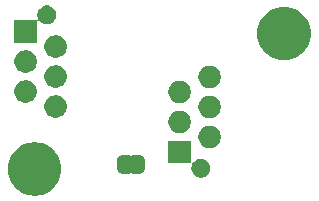
<source format=gbr>
G04 #@! TF.GenerationSoftware,KiCad,Pcbnew,5.1.5-52549c5~84~ubuntu18.04.1*
G04 #@! TF.CreationDate,2020-05-04T21:01:36+02:00*
G04 #@! TF.ProjectId,rs485_adapter,72733438-355f-4616-9461-707465722e6b,rev?*
G04 #@! TF.SameCoordinates,Original*
G04 #@! TF.FileFunction,Soldermask,Bot*
G04 #@! TF.FilePolarity,Negative*
%FSLAX46Y46*%
G04 Gerber Fmt 4.6, Leading zero omitted, Abs format (unit mm)*
G04 Created by KiCad (PCBNEW 5.1.5-52549c5~84~ubuntu18.04.1) date 2020-05-04 21:01:36*
%MOMM*%
%LPD*%
G04 APERTURE LIST*
%ADD10C,0.100000*%
G04 APERTURE END LIST*
D10*
G36*
X120650880Y-108909776D02*
G01*
X121031593Y-108985504D01*
X121441249Y-109155189D01*
X121809929Y-109401534D01*
X122123466Y-109715071D01*
X122369811Y-110083751D01*
X122539496Y-110493407D01*
X122626000Y-110928296D01*
X122626000Y-111371704D01*
X122539496Y-111806593D01*
X122369811Y-112216249D01*
X122123466Y-112584929D01*
X121809929Y-112898466D01*
X121441249Y-113144811D01*
X121031593Y-113314496D01*
X120650880Y-113390224D01*
X120596705Y-113401000D01*
X120153295Y-113401000D01*
X120099120Y-113390224D01*
X119718407Y-113314496D01*
X119308751Y-113144811D01*
X118940071Y-112898466D01*
X118626534Y-112584929D01*
X118380189Y-112216249D01*
X118210504Y-111806593D01*
X118124000Y-111371704D01*
X118124000Y-110928296D01*
X118210504Y-110493407D01*
X118380189Y-110083751D01*
X118626534Y-109715071D01*
X118940071Y-109401534D01*
X119308751Y-109155189D01*
X119718407Y-108985504D01*
X120099120Y-108909776D01*
X120153295Y-108899000D01*
X120596705Y-108899000D01*
X120650880Y-108909776D01*
G37*
G36*
X133591000Y-110506700D02*
G01*
X133593402Y-110531086D01*
X133600515Y-110554535D01*
X133612066Y-110576146D01*
X133627611Y-110595088D01*
X133646553Y-110610633D01*
X133668164Y-110622184D01*
X133691613Y-110629297D01*
X133715999Y-110631699D01*
X133740385Y-110629297D01*
X133763834Y-110622184D01*
X133785445Y-110610633D01*
X133804387Y-110595088D01*
X133815049Y-110582096D01*
X133817783Y-110579362D01*
X133817784Y-110579360D01*
X133929360Y-110467784D01*
X134060561Y-110380119D01*
X134060562Y-110380118D01*
X134206343Y-110319733D01*
X134361102Y-110288950D01*
X134518898Y-110288950D01*
X134673657Y-110319733D01*
X134819438Y-110380118D01*
X134819439Y-110380119D01*
X134950640Y-110467784D01*
X135062216Y-110579360D01*
X135103402Y-110641000D01*
X135149882Y-110710562D01*
X135210267Y-110856343D01*
X135241050Y-111011102D01*
X135241050Y-111168898D01*
X135210267Y-111323657D01*
X135149882Y-111469438D01*
X135129461Y-111500000D01*
X135062216Y-111600640D01*
X134950640Y-111712216D01*
X134884594Y-111756346D01*
X134819438Y-111799882D01*
X134673657Y-111860267D01*
X134518898Y-111891050D01*
X134361102Y-111891050D01*
X134206343Y-111860267D01*
X134060562Y-111799882D01*
X133995406Y-111756346D01*
X133929360Y-111712216D01*
X133817784Y-111600640D01*
X133750539Y-111500000D01*
X133730118Y-111469438D01*
X133669733Y-111323657D01*
X133638950Y-111168898D01*
X133638950Y-111011102D01*
X133669733Y-110856345D01*
X133687341Y-110813835D01*
X133694454Y-110790386D01*
X133696856Y-110766000D01*
X133694454Y-110741614D01*
X133687341Y-110718165D01*
X133675790Y-110696554D01*
X133660245Y-110677612D01*
X133641303Y-110662067D01*
X133619693Y-110650515D01*
X133596244Y-110643402D01*
X133571857Y-110641000D01*
X131689000Y-110641000D01*
X131689000Y-108739000D01*
X133591000Y-108739000D01*
X133591000Y-110506700D01*
G37*
G36*
X128379999Y-109949737D02*
G01*
X128389608Y-109952652D01*
X128398472Y-109957390D01*
X128406237Y-109963763D01*
X128416448Y-109976206D01*
X128423378Y-109986575D01*
X128440705Y-110003902D01*
X128461080Y-110017515D01*
X128483720Y-110026891D01*
X128507753Y-110031671D01*
X128532257Y-110031670D01*
X128556290Y-110026888D01*
X128578929Y-110017510D01*
X128599302Y-110003895D01*
X128616629Y-109986568D01*
X128623558Y-109976198D01*
X128633763Y-109963763D01*
X128641528Y-109957390D01*
X128650392Y-109952652D01*
X128660001Y-109949737D01*
X128676140Y-109948148D01*
X129163861Y-109948148D01*
X129182199Y-109949954D01*
X129194450Y-109950556D01*
X129212869Y-109950556D01*
X129235149Y-109952750D01*
X129319233Y-109969476D01*
X129340660Y-109975976D01*
X129419858Y-110008780D01*
X129425303Y-110011691D01*
X129425309Y-110011693D01*
X129434169Y-110016429D01*
X129434173Y-110016432D01*
X129439614Y-110019340D01*
X129510899Y-110066971D01*
X129528204Y-110081172D01*
X129588828Y-110141796D01*
X129603029Y-110159101D01*
X129650660Y-110230386D01*
X129653568Y-110235827D01*
X129653571Y-110235831D01*
X129658307Y-110244691D01*
X129658309Y-110244697D01*
X129661220Y-110250142D01*
X129694024Y-110329340D01*
X129700524Y-110350767D01*
X129717250Y-110434851D01*
X129719444Y-110457131D01*
X129719444Y-110475550D01*
X129720046Y-110487801D01*
X129721852Y-110506139D01*
X129721852Y-110993862D01*
X129720046Y-111012199D01*
X129719444Y-111024450D01*
X129719444Y-111042869D01*
X129717250Y-111065149D01*
X129700524Y-111149233D01*
X129694024Y-111170660D01*
X129661220Y-111249858D01*
X129658309Y-111255303D01*
X129658307Y-111255309D01*
X129653571Y-111264169D01*
X129653568Y-111264173D01*
X129650660Y-111269614D01*
X129603029Y-111340899D01*
X129588828Y-111358204D01*
X129528204Y-111418828D01*
X129510899Y-111433029D01*
X129439614Y-111480660D01*
X129434173Y-111483568D01*
X129434169Y-111483571D01*
X129425309Y-111488307D01*
X129425303Y-111488309D01*
X129419858Y-111491220D01*
X129340660Y-111524024D01*
X129319233Y-111530524D01*
X129235149Y-111547250D01*
X129212869Y-111549444D01*
X129194450Y-111549444D01*
X129182199Y-111550046D01*
X129163862Y-111551852D01*
X128676140Y-111551852D01*
X128660001Y-111550263D01*
X128650392Y-111547348D01*
X128641528Y-111542610D01*
X128633763Y-111536237D01*
X128623552Y-111523794D01*
X128616622Y-111513425D01*
X128599295Y-111496098D01*
X128578920Y-111482485D01*
X128556280Y-111473109D01*
X128532247Y-111468329D01*
X128507743Y-111468330D01*
X128483710Y-111473112D01*
X128461071Y-111482490D01*
X128440698Y-111496105D01*
X128423371Y-111513432D01*
X128416442Y-111523802D01*
X128406237Y-111536237D01*
X128398472Y-111542610D01*
X128389608Y-111547348D01*
X128379999Y-111550263D01*
X128363860Y-111551852D01*
X127876138Y-111551852D01*
X127857801Y-111550046D01*
X127845550Y-111549444D01*
X127827131Y-111549444D01*
X127804851Y-111547250D01*
X127720767Y-111530524D01*
X127699340Y-111524024D01*
X127620142Y-111491220D01*
X127614697Y-111488309D01*
X127614691Y-111488307D01*
X127605831Y-111483571D01*
X127605827Y-111483568D01*
X127600386Y-111480660D01*
X127529101Y-111433029D01*
X127511796Y-111418828D01*
X127451172Y-111358204D01*
X127436971Y-111340899D01*
X127389340Y-111269614D01*
X127386432Y-111264173D01*
X127386429Y-111264169D01*
X127381693Y-111255309D01*
X127381691Y-111255303D01*
X127378780Y-111249858D01*
X127345976Y-111170660D01*
X127339476Y-111149233D01*
X127322750Y-111065149D01*
X127320556Y-111042869D01*
X127320556Y-111024450D01*
X127319954Y-111012199D01*
X127318148Y-110993862D01*
X127318148Y-110506139D01*
X127319954Y-110487801D01*
X127320556Y-110475550D01*
X127320556Y-110457131D01*
X127322750Y-110434851D01*
X127339476Y-110350767D01*
X127345976Y-110329340D01*
X127378780Y-110250142D01*
X127381691Y-110244697D01*
X127381693Y-110244691D01*
X127386429Y-110235831D01*
X127386432Y-110235827D01*
X127389340Y-110230386D01*
X127436971Y-110159101D01*
X127451172Y-110141796D01*
X127511796Y-110081172D01*
X127529101Y-110066971D01*
X127600386Y-110019340D01*
X127605827Y-110016432D01*
X127605831Y-110016429D01*
X127614691Y-110011693D01*
X127614697Y-110011691D01*
X127620142Y-110008780D01*
X127699340Y-109975976D01*
X127720767Y-109969476D01*
X127804851Y-109952750D01*
X127827131Y-109950556D01*
X127845550Y-109950556D01*
X127857801Y-109949954D01*
X127876139Y-109948148D01*
X128363860Y-109948148D01*
X128379999Y-109949737D01*
G37*
G36*
X135457395Y-107505546D02*
G01*
X135630466Y-107577234D01*
X135707818Y-107628919D01*
X135786227Y-107681310D01*
X135918690Y-107813773D01*
X135918691Y-107813775D01*
X136022766Y-107969534D01*
X136094454Y-108142605D01*
X136131000Y-108326333D01*
X136131000Y-108513667D01*
X136094454Y-108697395D01*
X136022766Y-108870466D01*
X136022765Y-108870467D01*
X135918690Y-109026227D01*
X135786227Y-109158690D01*
X135707818Y-109211081D01*
X135630466Y-109262766D01*
X135457395Y-109334454D01*
X135273667Y-109371000D01*
X135086333Y-109371000D01*
X134902605Y-109334454D01*
X134729534Y-109262766D01*
X134652182Y-109211081D01*
X134573773Y-109158690D01*
X134441310Y-109026227D01*
X134337235Y-108870467D01*
X134337234Y-108870466D01*
X134265546Y-108697395D01*
X134229000Y-108513667D01*
X134229000Y-108326333D01*
X134265546Y-108142605D01*
X134337234Y-107969534D01*
X134441309Y-107813775D01*
X134441310Y-107813773D01*
X134573773Y-107681310D01*
X134652182Y-107628919D01*
X134729534Y-107577234D01*
X134902605Y-107505546D01*
X135086333Y-107469000D01*
X135273667Y-107469000D01*
X135457395Y-107505546D01*
G37*
G36*
X132917395Y-106235546D02*
G01*
X133090466Y-106307234D01*
X133167818Y-106358919D01*
X133246227Y-106411310D01*
X133378690Y-106543773D01*
X133378691Y-106543775D01*
X133482766Y-106699534D01*
X133554454Y-106872605D01*
X133591000Y-107056333D01*
X133591000Y-107243667D01*
X133554454Y-107427395D01*
X133482766Y-107600466D01*
X133482765Y-107600467D01*
X133378690Y-107756227D01*
X133246227Y-107888690D01*
X133167818Y-107941081D01*
X133090466Y-107992766D01*
X132917395Y-108064454D01*
X132733667Y-108101000D01*
X132546333Y-108101000D01*
X132362605Y-108064454D01*
X132189534Y-107992766D01*
X132112182Y-107941081D01*
X132033773Y-107888690D01*
X131901310Y-107756227D01*
X131797235Y-107600467D01*
X131797234Y-107600466D01*
X131725546Y-107427395D01*
X131689000Y-107243667D01*
X131689000Y-107056333D01*
X131725546Y-106872605D01*
X131797234Y-106699534D01*
X131901309Y-106543775D01*
X131901310Y-106543773D01*
X132033773Y-106411310D01*
X132112182Y-106358919D01*
X132189534Y-106307234D01*
X132362605Y-106235546D01*
X132546333Y-106199000D01*
X132733667Y-106199000D01*
X132917395Y-106235546D01*
G37*
G36*
X135457395Y-104965546D02*
G01*
X135630466Y-105037234D01*
X135707818Y-105088919D01*
X135786227Y-105141310D01*
X135918690Y-105273773D01*
X135918691Y-105273775D01*
X136022766Y-105429534D01*
X136094454Y-105602605D01*
X136131000Y-105786333D01*
X136131000Y-105973667D01*
X136094454Y-106157395D01*
X136022766Y-106330466D01*
X136022765Y-106330467D01*
X135918690Y-106486227D01*
X135786227Y-106618690D01*
X135707818Y-106671081D01*
X135630466Y-106722766D01*
X135457395Y-106794454D01*
X135273667Y-106831000D01*
X135086333Y-106831000D01*
X134902605Y-106794454D01*
X134729534Y-106722766D01*
X134652182Y-106671081D01*
X134573773Y-106618690D01*
X134441310Y-106486227D01*
X134337235Y-106330467D01*
X134337234Y-106330466D01*
X134265546Y-106157395D01*
X134229000Y-105973667D01*
X134229000Y-105786333D01*
X134265546Y-105602605D01*
X134337234Y-105429534D01*
X134441309Y-105273775D01*
X134441310Y-105273773D01*
X134573773Y-105141310D01*
X134652182Y-105088919D01*
X134729534Y-105037234D01*
X134902605Y-104965546D01*
X135086333Y-104929000D01*
X135273667Y-104929000D01*
X135457395Y-104965546D01*
G37*
G36*
X122417395Y-104935546D02*
G01*
X122590466Y-105007234D01*
X122667818Y-105058919D01*
X122746227Y-105111310D01*
X122878690Y-105243773D01*
X122928748Y-105318690D01*
X122982766Y-105399534D01*
X123054454Y-105572605D01*
X123091000Y-105756333D01*
X123091000Y-105943667D01*
X123054454Y-106127395D01*
X122982766Y-106300466D01*
X122962720Y-106330467D01*
X122878690Y-106456227D01*
X122746227Y-106588690D01*
X122701327Y-106618691D01*
X122590466Y-106692766D01*
X122417395Y-106764454D01*
X122233667Y-106801000D01*
X122046333Y-106801000D01*
X121862605Y-106764454D01*
X121689534Y-106692766D01*
X121578673Y-106618691D01*
X121533773Y-106588690D01*
X121401310Y-106456227D01*
X121317280Y-106330467D01*
X121297234Y-106300466D01*
X121225546Y-106127395D01*
X121189000Y-105943667D01*
X121189000Y-105756333D01*
X121225546Y-105572605D01*
X121297234Y-105399534D01*
X121351252Y-105318690D01*
X121401310Y-105243773D01*
X121533773Y-105111310D01*
X121612182Y-105058919D01*
X121689534Y-105007234D01*
X121862605Y-104935546D01*
X122046333Y-104899000D01*
X122233667Y-104899000D01*
X122417395Y-104935546D01*
G37*
G36*
X132917395Y-103695546D02*
G01*
X133090466Y-103767234D01*
X133167818Y-103818919D01*
X133246227Y-103871310D01*
X133378690Y-104003773D01*
X133378691Y-104003775D01*
X133482766Y-104159534D01*
X133554454Y-104332605D01*
X133591000Y-104516333D01*
X133591000Y-104703667D01*
X133554454Y-104887395D01*
X133482766Y-105060466D01*
X133482765Y-105060467D01*
X133378690Y-105216227D01*
X133246227Y-105348690D01*
X133170135Y-105399533D01*
X133090466Y-105452766D01*
X132917395Y-105524454D01*
X132733667Y-105561000D01*
X132546333Y-105561000D01*
X132362605Y-105524454D01*
X132189534Y-105452766D01*
X132109865Y-105399533D01*
X132033773Y-105348690D01*
X131901310Y-105216227D01*
X131797235Y-105060467D01*
X131797234Y-105060466D01*
X131725546Y-104887395D01*
X131689000Y-104703667D01*
X131689000Y-104516333D01*
X131725546Y-104332605D01*
X131797234Y-104159534D01*
X131901309Y-104003775D01*
X131901310Y-104003773D01*
X132033773Y-103871310D01*
X132112182Y-103818919D01*
X132189534Y-103767234D01*
X132362605Y-103695546D01*
X132546333Y-103659000D01*
X132733667Y-103659000D01*
X132917395Y-103695546D01*
G37*
G36*
X119877395Y-103665546D02*
G01*
X120050466Y-103737234D01*
X120127818Y-103788919D01*
X120206227Y-103841310D01*
X120338690Y-103973773D01*
X120388748Y-104048690D01*
X120442766Y-104129534D01*
X120514454Y-104302605D01*
X120551000Y-104486333D01*
X120551000Y-104673667D01*
X120514454Y-104857395D01*
X120442766Y-105030466D01*
X120422720Y-105060467D01*
X120338690Y-105186227D01*
X120206227Y-105318690D01*
X120161327Y-105348691D01*
X120050466Y-105422766D01*
X119877395Y-105494454D01*
X119693667Y-105531000D01*
X119506333Y-105531000D01*
X119322605Y-105494454D01*
X119149534Y-105422766D01*
X119038673Y-105348691D01*
X118993773Y-105318690D01*
X118861310Y-105186227D01*
X118777280Y-105060467D01*
X118757234Y-105030466D01*
X118685546Y-104857395D01*
X118649000Y-104673667D01*
X118649000Y-104486333D01*
X118685546Y-104302605D01*
X118757234Y-104129534D01*
X118811252Y-104048690D01*
X118861310Y-103973773D01*
X118993773Y-103841310D01*
X119072182Y-103788919D01*
X119149534Y-103737234D01*
X119322605Y-103665546D01*
X119506333Y-103629000D01*
X119693667Y-103629000D01*
X119877395Y-103665546D01*
G37*
G36*
X135457395Y-102425546D02*
G01*
X135630466Y-102497234D01*
X135630467Y-102497235D01*
X135786227Y-102601310D01*
X135918690Y-102733773D01*
X135918691Y-102733775D01*
X136022766Y-102889534D01*
X136094454Y-103062605D01*
X136131000Y-103246333D01*
X136131000Y-103433667D01*
X136094454Y-103617395D01*
X136022766Y-103790466D01*
X136022765Y-103790467D01*
X135918690Y-103946227D01*
X135786227Y-104078690D01*
X135710135Y-104129533D01*
X135630466Y-104182766D01*
X135457395Y-104254454D01*
X135273667Y-104291000D01*
X135086333Y-104291000D01*
X134902605Y-104254454D01*
X134729534Y-104182766D01*
X134649865Y-104129533D01*
X134573773Y-104078690D01*
X134441310Y-103946227D01*
X134337235Y-103790467D01*
X134337234Y-103790466D01*
X134265546Y-103617395D01*
X134229000Y-103433667D01*
X134229000Y-103246333D01*
X134265546Y-103062605D01*
X134337234Y-102889534D01*
X134441309Y-102733775D01*
X134441310Y-102733773D01*
X134573773Y-102601310D01*
X134729533Y-102497235D01*
X134729534Y-102497234D01*
X134902605Y-102425546D01*
X135086333Y-102389000D01*
X135273667Y-102389000D01*
X135457395Y-102425546D01*
G37*
G36*
X122417395Y-102395546D02*
G01*
X122590466Y-102467234D01*
X122667818Y-102518919D01*
X122746227Y-102571310D01*
X122878690Y-102703773D01*
X122928748Y-102778690D01*
X122982766Y-102859534D01*
X123054454Y-103032605D01*
X123091000Y-103216333D01*
X123091000Y-103403667D01*
X123054454Y-103587395D01*
X122982766Y-103760466D01*
X122962720Y-103790467D01*
X122878690Y-103916227D01*
X122746227Y-104048690D01*
X122701327Y-104078691D01*
X122590466Y-104152766D01*
X122417395Y-104224454D01*
X122233667Y-104261000D01*
X122046333Y-104261000D01*
X121862605Y-104224454D01*
X121689534Y-104152766D01*
X121578673Y-104078691D01*
X121533773Y-104048690D01*
X121401310Y-103916227D01*
X121317280Y-103790467D01*
X121297234Y-103760466D01*
X121225546Y-103587395D01*
X121189000Y-103403667D01*
X121189000Y-103216333D01*
X121225546Y-103032605D01*
X121297234Y-102859534D01*
X121351252Y-102778690D01*
X121401310Y-102703773D01*
X121533773Y-102571310D01*
X121612182Y-102518919D01*
X121689534Y-102467234D01*
X121862605Y-102395546D01*
X122046333Y-102359000D01*
X122233667Y-102359000D01*
X122417395Y-102395546D01*
G37*
G36*
X119877395Y-101125546D02*
G01*
X120050466Y-101197234D01*
X120127818Y-101248919D01*
X120206227Y-101301310D01*
X120338690Y-101433773D01*
X120338691Y-101433775D01*
X120442766Y-101589534D01*
X120514454Y-101762605D01*
X120551000Y-101946333D01*
X120551000Y-102133667D01*
X120514454Y-102317395D01*
X120442766Y-102490466D01*
X120438243Y-102497235D01*
X120338690Y-102646227D01*
X120206227Y-102778690D01*
X120127818Y-102831081D01*
X120050466Y-102882766D01*
X119877395Y-102954454D01*
X119693667Y-102991000D01*
X119506333Y-102991000D01*
X119322605Y-102954454D01*
X119149534Y-102882766D01*
X119072182Y-102831081D01*
X118993773Y-102778690D01*
X118861310Y-102646227D01*
X118761757Y-102497235D01*
X118757234Y-102490466D01*
X118685546Y-102317395D01*
X118649000Y-102133667D01*
X118649000Y-101946333D01*
X118685546Y-101762605D01*
X118757234Y-101589534D01*
X118861309Y-101433775D01*
X118861310Y-101433773D01*
X118993773Y-101301310D01*
X119072182Y-101248919D01*
X119149534Y-101197234D01*
X119322605Y-101125546D01*
X119506333Y-101089000D01*
X119693667Y-101089000D01*
X119877395Y-101125546D01*
G37*
G36*
X141750880Y-97434776D02*
G01*
X142131593Y-97510504D01*
X142541249Y-97680189D01*
X142909929Y-97926534D01*
X143223466Y-98240071D01*
X143469811Y-98608751D01*
X143639496Y-99018407D01*
X143726000Y-99453296D01*
X143726000Y-99896704D01*
X143639496Y-100331593D01*
X143469811Y-100741249D01*
X143223466Y-101109929D01*
X142909929Y-101423466D01*
X142541249Y-101669811D01*
X142131593Y-101839496D01*
X141750880Y-101915224D01*
X141696705Y-101926000D01*
X141253295Y-101926000D01*
X141199120Y-101915224D01*
X140818407Y-101839496D01*
X140408751Y-101669811D01*
X140040071Y-101423466D01*
X139726534Y-101109929D01*
X139480189Y-100741249D01*
X139310504Y-100331593D01*
X139224000Y-99896704D01*
X139224000Y-99453296D01*
X139310504Y-99018407D01*
X139480189Y-98608751D01*
X139726534Y-98240071D01*
X140040071Y-97926534D01*
X140408751Y-97680189D01*
X140818407Y-97510504D01*
X141199120Y-97434776D01*
X141253295Y-97424000D01*
X141696705Y-97424000D01*
X141750880Y-97434776D01*
G37*
G36*
X122417395Y-99855546D02*
G01*
X122590466Y-99927234D01*
X122590467Y-99927235D01*
X122746227Y-100031310D01*
X122878690Y-100163773D01*
X122878691Y-100163775D01*
X122982766Y-100319534D01*
X123054454Y-100492605D01*
X123091000Y-100676333D01*
X123091000Y-100863667D01*
X123054454Y-101047395D01*
X122982766Y-101220466D01*
X122982765Y-101220467D01*
X122878690Y-101376227D01*
X122746227Y-101508690D01*
X122667818Y-101561081D01*
X122590466Y-101612766D01*
X122417395Y-101684454D01*
X122233667Y-101721000D01*
X122046333Y-101721000D01*
X121862605Y-101684454D01*
X121689534Y-101612766D01*
X121612182Y-101561081D01*
X121533773Y-101508690D01*
X121401310Y-101376227D01*
X121297235Y-101220467D01*
X121297234Y-101220466D01*
X121225546Y-101047395D01*
X121189000Y-100863667D01*
X121189000Y-100676333D01*
X121225546Y-100492605D01*
X121297234Y-100319534D01*
X121401309Y-100163775D01*
X121401310Y-100163773D01*
X121533773Y-100031310D01*
X121689533Y-99927235D01*
X121689534Y-99927234D01*
X121862605Y-99855546D01*
X122046333Y-99819000D01*
X122233667Y-99819000D01*
X122417395Y-99855546D01*
G37*
G36*
X121633657Y-97329733D02*
G01*
X121779438Y-97390118D01*
X121779439Y-97390119D01*
X121910640Y-97477784D01*
X122022216Y-97589360D01*
X122022217Y-97589362D01*
X122109882Y-97720562D01*
X122170267Y-97866343D01*
X122201050Y-98021102D01*
X122201050Y-98178898D01*
X122170267Y-98333657D01*
X122109882Y-98479438D01*
X122109881Y-98479439D01*
X122022216Y-98610640D01*
X121910640Y-98722216D01*
X121844594Y-98766346D01*
X121779438Y-98809882D01*
X121633657Y-98870267D01*
X121478898Y-98901050D01*
X121321102Y-98901050D01*
X121166343Y-98870267D01*
X121020562Y-98809882D01*
X120955406Y-98766346D01*
X120889360Y-98722216D01*
X120777784Y-98610640D01*
X120777782Y-98610637D01*
X120775048Y-98607903D01*
X120764386Y-98594912D01*
X120745444Y-98579367D01*
X120723833Y-98567816D01*
X120700384Y-98560703D01*
X120675998Y-98558301D01*
X120651612Y-98560703D01*
X120628163Y-98567816D01*
X120606553Y-98579367D01*
X120587611Y-98594913D01*
X120572066Y-98613855D01*
X120560515Y-98635466D01*
X120553402Y-98658915D01*
X120551000Y-98683300D01*
X120551000Y-100451000D01*
X118649000Y-100451000D01*
X118649000Y-98549000D01*
X120531857Y-98549000D01*
X120556243Y-98546598D01*
X120579692Y-98539485D01*
X120601303Y-98527934D01*
X120620245Y-98512389D01*
X120635790Y-98493447D01*
X120647341Y-98471836D01*
X120654454Y-98448387D01*
X120656856Y-98424001D01*
X120654454Y-98399615D01*
X120647341Y-98376165D01*
X120629733Y-98333655D01*
X120598950Y-98178898D01*
X120598950Y-98021102D01*
X120629733Y-97866343D01*
X120690118Y-97720562D01*
X120777783Y-97589362D01*
X120777784Y-97589360D01*
X120889360Y-97477784D01*
X121020561Y-97390119D01*
X121020562Y-97390118D01*
X121166343Y-97329733D01*
X121321102Y-97298950D01*
X121478898Y-97298950D01*
X121633657Y-97329733D01*
G37*
M02*

</source>
